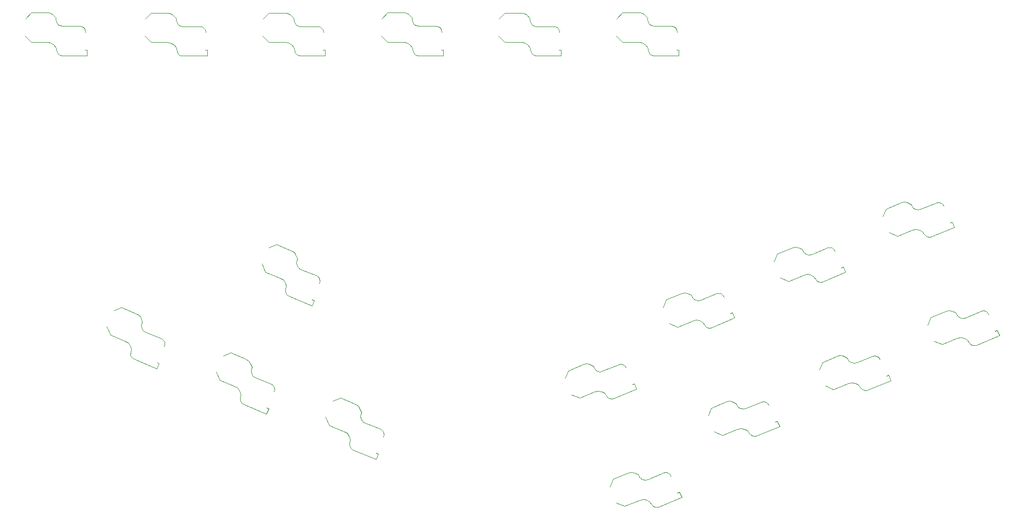
<source format=gbr>
%TF.GenerationSoftware,KiCad,Pcbnew,7.0.5*%
%TF.CreationDate,2023-07-09T01:00:59-05:00*%
%TF.ProjectId,NanoSwap,4e616e6f-5377-4617-902e-6b696361645f,rev?*%
%TF.SameCoordinates,Original*%
%TF.FileFunction,Legend,Bot*%
%TF.FilePolarity,Positive*%
%FSLAX46Y46*%
G04 Gerber Fmt 4.6, Leading zero omitted, Abs format (unit mm)*
G04 Created by KiCad (PCBNEW 7.0.5) date 2023-07-09 01:00:59*
%MOMM*%
%LPD*%
G01*
G04 APERTURE LIST*
%ADD10C,0.120000*%
G04 APERTURE END LIST*
D10*
%TO.C,REF\u002A\u002A*%
X116215810Y-43899000D02*
X117152810Y-42962000D01*
X117152810Y-42962000D02*
X119899810Y-42962000D01*
X117152810Y-47754000D02*
X116131810Y-46733000D01*
X119799810Y-47754000D02*
X117152810Y-47754000D01*
X119899810Y-42962000D02*
X120302810Y-43042000D01*
X120302810Y-43042000D02*
X120644810Y-43271000D01*
X120361810Y-47859000D02*
X119799810Y-47754000D01*
X120644810Y-43271000D02*
X121177810Y-43804000D01*
X120840810Y-48158000D02*
X120361810Y-47859000D01*
X121177810Y-43804000D02*
X121177810Y-44026000D01*
X121177810Y-44026000D02*
X121264810Y-44464000D01*
X121178810Y-48611000D02*
X120840810Y-48158000D01*
X121264810Y-44464000D02*
X121508810Y-44831000D01*
X121332810Y-49169000D02*
X121178810Y-48611000D01*
X121414810Y-49467000D02*
X121332810Y-49169000D01*
X121508810Y-44831000D02*
X121875810Y-45075000D01*
X121607810Y-49725000D02*
X121414810Y-49467000D01*
X121875810Y-45075000D02*
X122313810Y-45162000D01*
X121881810Y-49895000D02*
X121607810Y-49725000D01*
X122191810Y-49954000D02*
X121881810Y-49895000D01*
X122313810Y-45162000D02*
X125113810Y-45162000D01*
X125113810Y-45162000D02*
X125440810Y-45227000D01*
X125440810Y-45227000D02*
X125723810Y-45416000D01*
X125723810Y-45416000D02*
X125912810Y-45699000D01*
X125912810Y-45699000D02*
X125997810Y-46126000D01*
X125914810Y-49012000D02*
X126277810Y-49012000D01*
X126277810Y-49012000D02*
X126277810Y-49954000D01*
X126277810Y-49954000D02*
X122191810Y-49954000D01*
X90517872Y-98837654D02*
X91742121Y-98330554D01*
X91742121Y-98330554D02*
X94280018Y-99381785D01*
X89908302Y-102757784D02*
X89355741Y-101423784D01*
X92353811Y-103770747D02*
X89908302Y-102757784D01*
X94280018Y-99381785D02*
X94621727Y-99609917D01*
X94621727Y-99609917D02*
X94850059Y-99952363D01*
X92832850Y-104082823D02*
X92353811Y-103770747D01*
X94850059Y-99952363D02*
X95138517Y-100648761D01*
X93160966Y-104542368D02*
X92832850Y-104082823D01*
X95138517Y-100648761D02*
X95053561Y-100853862D01*
X95053561Y-100853862D02*
X94966323Y-101291815D01*
X93299881Y-105090233D02*
X93160966Y-104542368D01*
X94966323Y-101291815D02*
X95051305Y-101724254D01*
X93228621Y-105664691D02*
X93299881Y-105090233D01*
X93190340Y-105971387D02*
X93228621Y-105664691D01*
X95051305Y-101724254D02*
X95296994Y-102090125D01*
X93269916Y-106283606D02*
X93190340Y-105971387D01*
X95296994Y-102090125D02*
X95668360Y-102338118D01*
X93458003Y-106545520D02*
X93269916Y-106283606D01*
X93721828Y-106718661D02*
X93458003Y-106545520D01*
X95668360Y-102338118D02*
X98255223Y-103409631D01*
X98255223Y-103409631D02*
X98532457Y-103594821D01*
X98532457Y-103594821D02*
X98721587Y-103877734D01*
X98721587Y-103877734D02*
X98787901Y-104211519D01*
X98787901Y-104211519D02*
X98703025Y-104638543D01*
X97521919Y-107273097D02*
X97857287Y-107412011D01*
X97857287Y-107412011D02*
X97496799Y-108282306D01*
X97496799Y-108282306D02*
X93721828Y-106718661D01*
X153380642Y-120111066D02*
X153887743Y-118886816D01*
X153887743Y-118886816D02*
X156425640Y-117835585D01*
X155721562Y-123314047D02*
X154387561Y-122761486D01*
X158167071Y-122301084D02*
X155721562Y-123314047D01*
X156425640Y-117835585D02*
X156828578Y-117755274D01*
X156828578Y-117755274D02*
X157232180Y-117835964D01*
X158726473Y-122183023D02*
X158167071Y-122301084D01*
X157232180Y-117835964D02*
X157928578Y-118124422D01*
X159283434Y-122275958D02*
X158726473Y-122183023D01*
X157928578Y-118124422D02*
X158013534Y-118329523D01*
X158013534Y-118329523D02*
X158261526Y-118700889D01*
X159769061Y-122565128D02*
X159283434Y-122275958D01*
X158261526Y-118700889D02*
X158627398Y-118946578D01*
X160124876Y-123021720D02*
X159769061Y-122565128D01*
X160314674Y-123265656D02*
X160124876Y-123021720D01*
X158627398Y-118946578D02*
X159059836Y-119031560D01*
X160591715Y-123430159D02*
X160314674Y-123265656D01*
X159059836Y-119031560D02*
X159497789Y-118944322D01*
X160909914Y-123482363D02*
X160591715Y-123430159D01*
X161218895Y-123418240D02*
X160909914Y-123482363D01*
X159497789Y-118944322D02*
X162084652Y-117872808D01*
X162084652Y-117872808D02*
X162411635Y-117807723D01*
X162411635Y-117807723D02*
X162745420Y-117874037D01*
X162745420Y-117874037D02*
X163028333Y-118063168D01*
X163028333Y-118063168D02*
X163270268Y-118425136D01*
X164298010Y-121123215D02*
X164633379Y-120984301D01*
X164633379Y-120984301D02*
X164993867Y-121854596D01*
X164993867Y-121854596D02*
X161218895Y-123418240D01*
X97911872Y-81216917D02*
X99136121Y-80709817D01*
X99136121Y-80709817D02*
X101674018Y-81761048D01*
X97302302Y-85137047D02*
X96749741Y-83803047D01*
X99747811Y-86150010D02*
X97302302Y-85137047D01*
X101674018Y-81761048D02*
X102015727Y-81989180D01*
X102015727Y-81989180D02*
X102244059Y-82331626D01*
X100226850Y-86462086D02*
X99747811Y-86150010D01*
X102244059Y-82331626D02*
X102532517Y-83028024D01*
X100554966Y-86921631D02*
X100226850Y-86462086D01*
X102532517Y-83028024D02*
X102447561Y-83233125D01*
X102447561Y-83233125D02*
X102360323Y-83671078D01*
X100693881Y-87469496D02*
X100554966Y-86921631D01*
X102360323Y-83671078D02*
X102445305Y-84103517D01*
X100622621Y-88043954D02*
X100693881Y-87469496D01*
X100584340Y-88350650D02*
X100622621Y-88043954D01*
X102445305Y-84103517D02*
X102690994Y-84469388D01*
X100663916Y-88662869D02*
X100584340Y-88350650D01*
X102690994Y-84469388D02*
X103062360Y-84717381D01*
X100852003Y-88924783D02*
X100663916Y-88662869D01*
X101115828Y-89097924D02*
X100852003Y-88924783D01*
X103062360Y-84717381D02*
X105649223Y-85788894D01*
X105649223Y-85788894D02*
X105926457Y-85974084D01*
X105926457Y-85974084D02*
X106115587Y-86256997D01*
X106115587Y-86256997D02*
X106181901Y-86590782D01*
X106181901Y-86590782D02*
X106097025Y-87017806D01*
X104915919Y-89652360D02*
X105251287Y-89791274D01*
X105251287Y-89791274D02*
X104890799Y-90661569D01*
X104890799Y-90661569D02*
X101115828Y-89097924D01*
X96958810Y-43909000D02*
X97895810Y-42972000D01*
X97895810Y-42972000D02*
X100642810Y-42972000D01*
X97895810Y-47764000D02*
X96874810Y-46743000D01*
X100542810Y-47764000D02*
X97895810Y-47764000D01*
X100642810Y-42972000D02*
X101045810Y-43052000D01*
X101045810Y-43052000D02*
X101387810Y-43281000D01*
X101104810Y-47869000D02*
X100542810Y-47764000D01*
X101387810Y-43281000D02*
X101920810Y-43814000D01*
X101583810Y-48168000D02*
X101104810Y-47869000D01*
X101920810Y-43814000D02*
X101920810Y-44036000D01*
X101920810Y-44036000D02*
X102007810Y-44474000D01*
X101921810Y-48621000D02*
X101583810Y-48168000D01*
X102007810Y-44474000D02*
X102251810Y-44841000D01*
X102075810Y-49179000D02*
X101921810Y-48621000D01*
X102157810Y-49477000D02*
X102075810Y-49179000D01*
X102251810Y-44841000D02*
X102618810Y-45085000D01*
X102350810Y-49735000D02*
X102157810Y-49477000D01*
X102618810Y-45085000D02*
X103056810Y-45172000D01*
X102624810Y-49905000D02*
X102350810Y-49735000D01*
X102934810Y-49964000D02*
X102624810Y-49905000D01*
X103056810Y-45172000D02*
X105856810Y-45172000D01*
X105856810Y-45172000D02*
X106183810Y-45237000D01*
X106183810Y-45237000D02*
X106466810Y-45426000D01*
X106466810Y-45426000D02*
X106655810Y-45709000D01*
X106655810Y-45709000D02*
X106740810Y-46136000D01*
X106657810Y-49022000D02*
X107020810Y-49022000D01*
X107020810Y-49022000D02*
X107020810Y-49964000D01*
X107020810Y-49964000D02*
X102934810Y-49964000D01*
X187347404Y-101103699D02*
X187854505Y-99879449D01*
X187854505Y-99879449D02*
X190392402Y-98828218D01*
X189688324Y-104306680D02*
X188354323Y-103754119D01*
X192133833Y-103293717D02*
X189688324Y-104306680D01*
X190392402Y-98828218D02*
X190795340Y-98747907D01*
X190795340Y-98747907D02*
X191198942Y-98828597D01*
X192693235Y-103175656D02*
X192133833Y-103293717D01*
X191198942Y-98828597D02*
X191895340Y-99117055D01*
X193250196Y-103268591D02*
X192693235Y-103175656D01*
X191895340Y-99117055D02*
X191980296Y-99322156D01*
X191980296Y-99322156D02*
X192228288Y-99693522D01*
X193735823Y-103557761D02*
X193250196Y-103268591D01*
X192228288Y-99693522D02*
X192594160Y-99939211D01*
X194091638Y-104014353D02*
X193735823Y-103557761D01*
X194281436Y-104258289D02*
X194091638Y-104014353D01*
X192594160Y-99939211D02*
X193026598Y-100024193D01*
X194558477Y-104422792D02*
X194281436Y-104258289D01*
X193026598Y-100024193D02*
X193464551Y-99936955D01*
X194876676Y-104474996D02*
X194558477Y-104422792D01*
X195185657Y-104410873D02*
X194876676Y-104474996D01*
X193464551Y-99936955D02*
X196051414Y-98865441D01*
X196051414Y-98865441D02*
X196378397Y-98800356D01*
X196378397Y-98800356D02*
X196712182Y-98866670D01*
X196712182Y-98866670D02*
X196995095Y-99055801D01*
X196995095Y-99055801D02*
X197237030Y-99417769D01*
X198264772Y-102115848D02*
X198600141Y-101976934D01*
X198600141Y-101976934D02*
X198960629Y-102847229D01*
X198960629Y-102847229D02*
X195185657Y-104410873D01*
X205017393Y-93773726D02*
X205524494Y-92549476D01*
X205524494Y-92549476D02*
X208062391Y-91498245D01*
X207358313Y-96976707D02*
X206024312Y-96424146D01*
X209803822Y-95963744D02*
X207358313Y-96976707D01*
X208062391Y-91498245D02*
X208465329Y-91417934D01*
X208465329Y-91417934D02*
X208868931Y-91498624D01*
X210363224Y-95845683D02*
X209803822Y-95963744D01*
X208868931Y-91498624D02*
X209565329Y-91787082D01*
X210920185Y-95938618D02*
X210363224Y-95845683D01*
X209565329Y-91787082D02*
X209650285Y-91992183D01*
X209650285Y-91992183D02*
X209898277Y-92363549D01*
X211405812Y-96227788D02*
X210920185Y-95938618D01*
X209898277Y-92363549D02*
X210264149Y-92609238D01*
X211761627Y-96684380D02*
X211405812Y-96227788D01*
X211951425Y-96928316D02*
X211761627Y-96684380D01*
X210264149Y-92609238D02*
X210696587Y-92694220D01*
X212228466Y-97092819D02*
X211951425Y-96928316D01*
X210696587Y-92694220D02*
X211134540Y-92606982D01*
X212546665Y-97145023D02*
X212228466Y-97092819D01*
X212855646Y-97080900D02*
X212546665Y-97145023D01*
X211134540Y-92606982D02*
X213721403Y-91535468D01*
X213721403Y-91535468D02*
X214048386Y-91470383D01*
X214048386Y-91470383D02*
X214382171Y-91536697D01*
X214382171Y-91536697D02*
X214665084Y-91725828D01*
X214665084Y-91725828D02*
X214907019Y-92087796D01*
X215934761Y-94785875D02*
X216270130Y-94646961D01*
X216270130Y-94646961D02*
X216630618Y-95517256D01*
X216630618Y-95517256D02*
X212855646Y-97080900D01*
X72721182Y-91466026D02*
X73945431Y-90958926D01*
X73945431Y-90958926D02*
X76483328Y-92010157D01*
X72111612Y-95386156D02*
X71559051Y-94052156D01*
X74557121Y-96399119D02*
X72111612Y-95386156D01*
X76483328Y-92010157D02*
X76825037Y-92238289D01*
X76825037Y-92238289D02*
X77053369Y-92580735D01*
X75036160Y-96711195D02*
X74557121Y-96399119D01*
X77053369Y-92580735D02*
X77341827Y-93277133D01*
X75364276Y-97170740D02*
X75036160Y-96711195D01*
X77341827Y-93277133D02*
X77256871Y-93482234D01*
X77256871Y-93482234D02*
X77169633Y-93920187D01*
X75503191Y-97718605D02*
X75364276Y-97170740D01*
X77169633Y-93920187D02*
X77254615Y-94352626D01*
X75431931Y-98293063D02*
X75503191Y-97718605D01*
X75393650Y-98599759D02*
X75431931Y-98293063D01*
X77254615Y-94352626D02*
X77500304Y-94718497D01*
X75473226Y-98911978D02*
X75393650Y-98599759D01*
X77500304Y-94718497D02*
X77871670Y-94966490D01*
X75661313Y-99173892D02*
X75473226Y-98911978D01*
X75925138Y-99347033D02*
X75661313Y-99173892D01*
X77871670Y-94966490D02*
X80458533Y-96038003D01*
X80458533Y-96038003D02*
X80735767Y-96223193D01*
X80735767Y-96223193D02*
X80924897Y-96506106D01*
X80924897Y-96506106D02*
X80991211Y-96839891D01*
X80991211Y-96839891D02*
X80906335Y-97266915D01*
X79725229Y-99901469D02*
X80060597Y-100040383D01*
X80060597Y-100040383D02*
X79700109Y-100910678D01*
X79700109Y-100910678D02*
X75925138Y-99347033D01*
X161992515Y-90912863D02*
X162499616Y-89688613D01*
X162499616Y-89688613D02*
X165037513Y-88637382D01*
X164333435Y-94115844D02*
X162999434Y-93563283D01*
X166778944Y-93102881D02*
X164333435Y-94115844D01*
X165037513Y-88637382D02*
X165440451Y-88557071D01*
X165440451Y-88557071D02*
X165844053Y-88637761D01*
X167338346Y-92984820D02*
X166778944Y-93102881D01*
X165844053Y-88637761D02*
X166540451Y-88926219D01*
X167895307Y-93077755D02*
X167338346Y-92984820D01*
X166540451Y-88926219D02*
X166625407Y-89131320D01*
X166625407Y-89131320D02*
X166873399Y-89502686D01*
X168380934Y-93366925D02*
X167895307Y-93077755D01*
X166873399Y-89502686D02*
X167239271Y-89748375D01*
X168736749Y-93823517D02*
X168380934Y-93366925D01*
X168926547Y-94067453D02*
X168736749Y-93823517D01*
X167239271Y-89748375D02*
X167671709Y-89833357D01*
X169203588Y-94231956D02*
X168926547Y-94067453D01*
X167671709Y-89833357D02*
X168109662Y-89746119D01*
X169521787Y-94284160D02*
X169203588Y-94231956D01*
X169830768Y-94220037D02*
X169521787Y-94284160D01*
X168109662Y-89746119D02*
X170696525Y-88674605D01*
X170696525Y-88674605D02*
X171023508Y-88609520D01*
X171023508Y-88609520D02*
X171357293Y-88675834D01*
X171357293Y-88675834D02*
X171640206Y-88864965D01*
X171640206Y-88864965D02*
X171882141Y-89226933D01*
X172909883Y-91925012D02*
X173245252Y-91786098D01*
X173245252Y-91786098D02*
X173605740Y-92656393D01*
X173605740Y-92656393D02*
X169830768Y-94220037D01*
X108315036Y-106208153D02*
X109539285Y-105701053D01*
X109539285Y-105701053D02*
X112077182Y-106752284D01*
X107705466Y-110128283D02*
X107152905Y-108794283D01*
X110150975Y-111141246D02*
X107705466Y-110128283D01*
X112077182Y-106752284D02*
X112418891Y-106980416D01*
X112418891Y-106980416D02*
X112647223Y-107322862D01*
X110630014Y-111453322D02*
X110150975Y-111141246D01*
X112647223Y-107322862D02*
X112935681Y-108019260D01*
X110958130Y-111912867D02*
X110630014Y-111453322D01*
X112935681Y-108019260D02*
X112850725Y-108224361D01*
X112850725Y-108224361D02*
X112763487Y-108662314D01*
X111097045Y-112460732D02*
X110958130Y-111912867D01*
X112763487Y-108662314D02*
X112848469Y-109094753D01*
X111025785Y-113035190D02*
X111097045Y-112460732D01*
X110987504Y-113341886D02*
X111025785Y-113035190D01*
X112848469Y-109094753D02*
X113094158Y-109460624D01*
X111067080Y-113654105D02*
X110987504Y-113341886D01*
X113094158Y-109460624D02*
X113465524Y-109708617D01*
X111255167Y-113916019D02*
X111067080Y-113654105D01*
X111518992Y-114089160D02*
X111255167Y-113916019D01*
X113465524Y-109708617D02*
X116052387Y-110780130D01*
X116052387Y-110780130D02*
X116329621Y-110965320D01*
X116329621Y-110965320D02*
X116518751Y-111248233D01*
X116518751Y-111248233D02*
X116585065Y-111582018D01*
X116585065Y-111582018D02*
X116500189Y-112009042D01*
X115319083Y-114643596D02*
X115654451Y-114782510D01*
X115654451Y-114782510D02*
X115293963Y-115652805D01*
X115293963Y-115652805D02*
X111518992Y-114089160D01*
X197708905Y-76129476D02*
X198216006Y-74905226D01*
X198216006Y-74905226D02*
X200753903Y-73853995D01*
X200049825Y-79332457D02*
X198715824Y-78779896D01*
X202495334Y-78319494D02*
X200049825Y-79332457D01*
X200753903Y-73853995D02*
X201156841Y-73773684D01*
X201156841Y-73773684D02*
X201560443Y-73854374D01*
X203054736Y-78201433D02*
X202495334Y-78319494D01*
X201560443Y-73854374D02*
X202256841Y-74142832D01*
X203611697Y-78294368D02*
X203054736Y-78201433D01*
X202256841Y-74142832D02*
X202341797Y-74347933D01*
X202341797Y-74347933D02*
X202589789Y-74719299D01*
X204097324Y-78583538D02*
X203611697Y-78294368D01*
X202589789Y-74719299D02*
X202955661Y-74964988D01*
X204453139Y-79040130D02*
X204097324Y-78583538D01*
X204642937Y-79284066D02*
X204453139Y-79040130D01*
X202955661Y-74964988D02*
X203388099Y-75049970D01*
X204919978Y-79448569D02*
X204642937Y-79284066D01*
X203388099Y-75049970D02*
X203826052Y-74962732D01*
X205238177Y-79500773D02*
X204919978Y-79448569D01*
X205547158Y-79436650D02*
X205238177Y-79500773D01*
X203826052Y-74962732D02*
X206412915Y-73891218D01*
X206412915Y-73891218D02*
X206739898Y-73826133D01*
X206739898Y-73826133D02*
X207073683Y-73892447D01*
X207073683Y-73892447D02*
X207356596Y-74081578D01*
X207356596Y-74081578D02*
X207598531Y-74443546D01*
X208626273Y-77141625D02*
X208961642Y-77002711D01*
X208961642Y-77002711D02*
X209322130Y-77873006D01*
X209322130Y-77873006D02*
X205547158Y-79436650D01*
X135338000Y-43909000D02*
X136275000Y-42972000D01*
X136275000Y-42972000D02*
X139022000Y-42972000D01*
X136275000Y-47764000D02*
X135254000Y-46743000D01*
X138922000Y-47764000D02*
X136275000Y-47764000D01*
X139022000Y-42972000D02*
X139425000Y-43052000D01*
X139425000Y-43052000D02*
X139767000Y-43281000D01*
X139484000Y-47869000D02*
X138922000Y-47764000D01*
X139767000Y-43281000D02*
X140300000Y-43814000D01*
X139963000Y-48168000D02*
X139484000Y-47869000D01*
X140300000Y-43814000D02*
X140300000Y-44036000D01*
X140300000Y-44036000D02*
X140387000Y-44474000D01*
X140301000Y-48621000D02*
X139963000Y-48168000D01*
X140387000Y-44474000D02*
X140631000Y-44841000D01*
X140455000Y-49179000D02*
X140301000Y-48621000D01*
X140537000Y-49477000D02*
X140455000Y-49179000D01*
X140631000Y-44841000D02*
X140998000Y-45085000D01*
X140730000Y-49735000D02*
X140537000Y-49477000D01*
X140998000Y-45085000D02*
X141436000Y-45172000D01*
X141004000Y-49905000D02*
X140730000Y-49735000D01*
X141314000Y-49964000D02*
X141004000Y-49905000D01*
X141436000Y-45172000D02*
X144236000Y-45172000D01*
X144236000Y-45172000D02*
X144563000Y-45237000D01*
X144563000Y-45237000D02*
X144846000Y-45426000D01*
X144846000Y-45426000D02*
X145035000Y-45709000D01*
X145035000Y-45709000D02*
X145120000Y-46136000D01*
X145037000Y-49022000D02*
X145400000Y-49022000D01*
X145400000Y-49022000D02*
X145400000Y-49964000D01*
X145400000Y-49964000D02*
X141314000Y-49964000D01*
X169301002Y-108557116D02*
X169808103Y-107332866D01*
X169808103Y-107332866D02*
X172346000Y-106281635D01*
X171641922Y-111760097D02*
X170307921Y-111207536D01*
X174087431Y-110747134D02*
X171641922Y-111760097D01*
X172346000Y-106281635D02*
X172748938Y-106201324D01*
X172748938Y-106201324D02*
X173152540Y-106282014D01*
X174646833Y-110629073D02*
X174087431Y-110747134D01*
X173152540Y-106282014D02*
X173848938Y-106570472D01*
X175203794Y-110722008D02*
X174646833Y-110629073D01*
X173848938Y-106570472D02*
X173933894Y-106775573D01*
X173933894Y-106775573D02*
X174181886Y-107146939D01*
X175689421Y-111011178D02*
X175203794Y-110722008D01*
X174181886Y-107146939D02*
X174547758Y-107392628D01*
X176045236Y-111467770D02*
X175689421Y-111011178D01*
X176235034Y-111711706D02*
X176045236Y-111467770D01*
X174547758Y-107392628D02*
X174980196Y-107477610D01*
X176512075Y-111876209D02*
X176235034Y-111711706D01*
X174980196Y-107477610D02*
X175418149Y-107390372D01*
X176830274Y-111928413D02*
X176512075Y-111876209D01*
X177139255Y-111864290D02*
X176830274Y-111928413D01*
X175418149Y-107390372D02*
X178005012Y-106318858D01*
X178005012Y-106318858D02*
X178331995Y-106253773D01*
X178331995Y-106253773D02*
X178665780Y-106320087D01*
X178665780Y-106320087D02*
X178948693Y-106509218D01*
X178948693Y-106509218D02*
X179190628Y-106871186D01*
X180218370Y-109569265D02*
X180553739Y-109430351D01*
X180553739Y-109430351D02*
X180914227Y-110300646D01*
X180914227Y-110300646D02*
X177139255Y-111864290D01*
X77828810Y-43919000D02*
X78765810Y-42982000D01*
X78765810Y-42982000D02*
X81512810Y-42982000D01*
X78765810Y-47774000D02*
X77744810Y-46753000D01*
X81412810Y-47774000D02*
X78765810Y-47774000D01*
X81512810Y-42982000D02*
X81915810Y-43062000D01*
X81915810Y-43062000D02*
X82257810Y-43291000D01*
X81974810Y-47879000D02*
X81412810Y-47774000D01*
X82257810Y-43291000D02*
X82790810Y-43824000D01*
X82453810Y-48178000D02*
X81974810Y-47879000D01*
X82790810Y-43824000D02*
X82790810Y-44046000D01*
X82790810Y-44046000D02*
X82877810Y-44484000D01*
X82791810Y-48631000D02*
X82453810Y-48178000D01*
X82877810Y-44484000D02*
X83121810Y-44851000D01*
X82945810Y-49189000D02*
X82791810Y-48631000D01*
X83027810Y-49487000D02*
X82945810Y-49189000D01*
X83121810Y-44851000D02*
X83488810Y-45095000D01*
X83220810Y-49745000D02*
X83027810Y-49487000D01*
X83488810Y-45095000D02*
X83926810Y-45182000D01*
X83494810Y-49915000D02*
X83220810Y-49745000D01*
X83804810Y-49974000D02*
X83494810Y-49915000D01*
X83926810Y-45182000D02*
X86726810Y-45182000D01*
X86726810Y-45182000D02*
X87053810Y-45247000D01*
X87053810Y-45247000D02*
X87336810Y-45436000D01*
X87336810Y-45436000D02*
X87525810Y-45719000D01*
X87525810Y-45719000D02*
X87610810Y-46146000D01*
X87527810Y-49032000D02*
X87890810Y-49032000D01*
X87890810Y-49032000D02*
X87890810Y-49974000D01*
X87890810Y-49974000D02*
X83804810Y-49974000D01*
X154468000Y-43899000D02*
X155405000Y-42962000D01*
X155405000Y-42962000D02*
X158152000Y-42962000D01*
X155405000Y-47754000D02*
X154384000Y-46733000D01*
X158052000Y-47754000D02*
X155405000Y-47754000D01*
X158152000Y-42962000D02*
X158555000Y-43042000D01*
X158555000Y-43042000D02*
X158897000Y-43271000D01*
X158614000Y-47859000D02*
X158052000Y-47754000D01*
X158897000Y-43271000D02*
X159430000Y-43804000D01*
X159093000Y-48158000D02*
X158614000Y-47859000D01*
X159430000Y-43804000D02*
X159430000Y-44026000D01*
X159430000Y-44026000D02*
X159517000Y-44464000D01*
X159431000Y-48611000D02*
X159093000Y-48158000D01*
X159517000Y-44464000D02*
X159761000Y-44831000D01*
X159585000Y-49169000D02*
X159431000Y-48611000D01*
X159667000Y-49467000D02*
X159585000Y-49169000D01*
X159761000Y-44831000D02*
X160128000Y-45075000D01*
X159860000Y-49725000D02*
X159667000Y-49467000D01*
X160128000Y-45075000D02*
X160566000Y-45162000D01*
X160134000Y-49895000D02*
X159860000Y-49725000D01*
X160444000Y-49954000D02*
X160134000Y-49895000D01*
X160566000Y-45162000D02*
X163366000Y-45162000D01*
X163366000Y-45162000D02*
X163693000Y-45227000D01*
X163693000Y-45227000D02*
X163976000Y-45416000D01*
X163976000Y-45416000D02*
X164165000Y-45699000D01*
X164165000Y-45699000D02*
X164250000Y-46126000D01*
X164167000Y-49012000D02*
X164530000Y-49012000D01*
X164530000Y-49012000D02*
X164530000Y-49954000D01*
X164530000Y-49954000D02*
X160444000Y-49954000D01*
X180038913Y-83459450D02*
X180546014Y-82235200D01*
X180546014Y-82235200D02*
X183083911Y-81183969D01*
X182379833Y-86662431D02*
X181045832Y-86109870D01*
X184825342Y-85649468D02*
X182379833Y-86662431D01*
X183083911Y-81183969D02*
X183486849Y-81103658D01*
X183486849Y-81103658D02*
X183890451Y-81184348D01*
X185384744Y-85531407D02*
X184825342Y-85649468D01*
X183890451Y-81184348D02*
X184586849Y-81472806D01*
X185941705Y-85624342D02*
X185384744Y-85531407D01*
X184586849Y-81472806D02*
X184671805Y-81677907D01*
X184671805Y-81677907D02*
X184919797Y-82049273D01*
X186427332Y-85913512D02*
X185941705Y-85624342D01*
X184919797Y-82049273D02*
X185285669Y-82294962D01*
X186783147Y-86370104D02*
X186427332Y-85913512D01*
X186972945Y-86614040D02*
X186783147Y-86370104D01*
X185285669Y-82294962D02*
X185718107Y-82379944D01*
X187249986Y-86778543D02*
X186972945Y-86614040D01*
X185718107Y-82379944D02*
X186156060Y-82292706D01*
X187568185Y-86830747D02*
X187249986Y-86778543D01*
X187877166Y-86766624D02*
X187568185Y-86830747D01*
X186156060Y-82292706D02*
X188742923Y-81221192D01*
X188742923Y-81221192D02*
X189069906Y-81156107D01*
X189069906Y-81156107D02*
X189403691Y-81222421D01*
X189403691Y-81222421D02*
X189686604Y-81411552D01*
X189686604Y-81411552D02*
X189928539Y-81773520D01*
X190956281Y-84471599D02*
X191291650Y-84332685D01*
X191291650Y-84332685D02*
X191652138Y-85202980D01*
X191652138Y-85202980D02*
X187877166Y-86766624D01*
X58303810Y-43899000D02*
X59240810Y-42962000D01*
X59240810Y-42962000D02*
X61987810Y-42962000D01*
X59240810Y-47754000D02*
X58219810Y-46733000D01*
X61887810Y-47754000D02*
X59240810Y-47754000D01*
X61987810Y-42962000D02*
X62390810Y-43042000D01*
X62390810Y-43042000D02*
X62732810Y-43271000D01*
X62449810Y-47859000D02*
X61887810Y-47754000D01*
X62732810Y-43271000D02*
X63265810Y-43804000D01*
X62928810Y-48158000D02*
X62449810Y-47859000D01*
X63265810Y-43804000D02*
X63265810Y-44026000D01*
X63265810Y-44026000D02*
X63352810Y-44464000D01*
X63266810Y-48611000D02*
X62928810Y-48158000D01*
X63352810Y-44464000D02*
X63596810Y-44831000D01*
X63420810Y-49169000D02*
X63266810Y-48611000D01*
X63502810Y-49467000D02*
X63420810Y-49169000D01*
X63596810Y-44831000D02*
X63963810Y-45075000D01*
X63695810Y-49725000D02*
X63502810Y-49467000D01*
X63963810Y-45075000D02*
X64401810Y-45162000D01*
X63969810Y-49895000D02*
X63695810Y-49725000D01*
X64279810Y-49954000D02*
X63969810Y-49895000D01*
X64401810Y-45162000D02*
X67201810Y-45162000D01*
X67201810Y-45162000D02*
X67528810Y-45227000D01*
X67528810Y-45227000D02*
X67811810Y-45416000D01*
X67811810Y-45416000D02*
X68000810Y-45699000D01*
X68000810Y-45699000D02*
X68085810Y-46126000D01*
X68002810Y-49012000D02*
X68365810Y-49012000D01*
X68365810Y-49012000D02*
X68365810Y-49954000D01*
X68365810Y-49954000D02*
X64279810Y-49954000D01*
X146072154Y-102466814D02*
X146579255Y-101242564D01*
X146579255Y-101242564D02*
X149117152Y-100191333D01*
X148413074Y-105669795D02*
X147079073Y-105117234D01*
X150858583Y-104656832D02*
X148413074Y-105669795D01*
X149117152Y-100191333D02*
X149520090Y-100111022D01*
X149520090Y-100111022D02*
X149923692Y-100191712D01*
X151417985Y-104538771D02*
X150858583Y-104656832D01*
X149923692Y-100191712D02*
X150620090Y-100480170D01*
X151974946Y-104631706D02*
X151417985Y-104538771D01*
X150620090Y-100480170D02*
X150705046Y-100685271D01*
X150705046Y-100685271D02*
X150953038Y-101056637D01*
X152460573Y-104920876D02*
X151974946Y-104631706D01*
X150953038Y-101056637D02*
X151318910Y-101302326D01*
X152816388Y-105377468D02*
X152460573Y-104920876D01*
X153006186Y-105621404D02*
X152816388Y-105377468D01*
X151318910Y-101302326D02*
X151751348Y-101387308D01*
X153283227Y-105785907D02*
X153006186Y-105621404D01*
X151751348Y-101387308D02*
X152189301Y-101300070D01*
X153601426Y-105838111D02*
X153283227Y-105785907D01*
X153910407Y-105773988D02*
X153601426Y-105838111D01*
X152189301Y-101300070D02*
X154776164Y-100228556D01*
X154776164Y-100228556D02*
X155103147Y-100163471D01*
X155103147Y-100163471D02*
X155436932Y-100229785D01*
X155436932Y-100229785D02*
X155719845Y-100418916D01*
X155719845Y-100418916D02*
X155961780Y-100780884D01*
X156989522Y-103478963D02*
X157324891Y-103340049D01*
X157324891Y-103340049D02*
X157685379Y-104210344D01*
X157685379Y-104210344D02*
X153910407Y-105773988D01*
%TD*%
M02*

</source>
